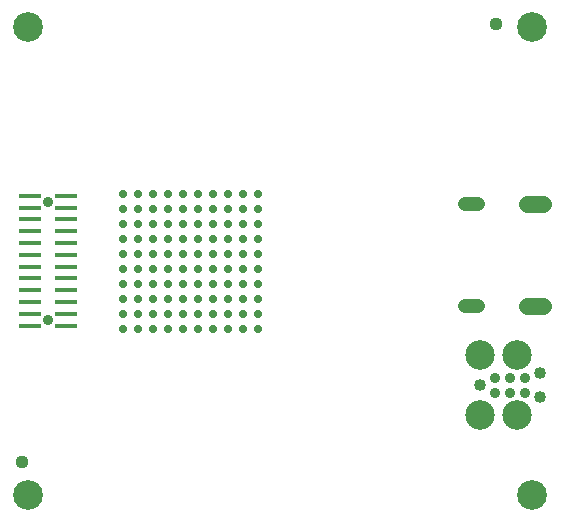
<source format=gbr>
G04 EAGLE Gerber RS-274X export*
G75*
%MOMM*%
%FSLAX34Y34*%
%LPD*%
%INSoldermask Top*%
%IPPOS*%
%AMOC8*
5,1,8,0,0,1.08239X$1,22.5*%
G01*
%ADD10R,1.854200X0.457200*%
%ADD11C,2.527000*%
%ADD12C,0.914400*%
%ADD13C,1.016000*%
%ADD14C,2.501800*%
%ADD15C,1.227000*%
%ADD16C,1.427000*%
%ADD17C,1.127000*%
%ADD18C,0.887000*%
%ADD19C,0.680128*%


D10*
X34290Y165862D03*
X64770Y165862D03*
X34290Y176022D03*
X64770Y176022D03*
X34290Y185928D03*
X64770Y185928D03*
X34290Y196088D03*
X64770Y196088D03*
X34290Y205994D03*
X64770Y205994D03*
X34290Y215900D03*
X64770Y215900D03*
X34290Y226060D03*
X64770Y226060D03*
X34290Y235966D03*
X64770Y235966D03*
X34290Y245872D03*
X64770Y245872D03*
X34290Y256032D03*
X64770Y256032D03*
X34290Y265938D03*
X64770Y265938D03*
X34290Y276098D03*
X64770Y276098D03*
D11*
X33110Y418980D03*
X33110Y22980D03*
X459110Y22980D03*
X459110Y418980D03*
D12*
X427990Y121920D03*
X440690Y121920D03*
X453390Y121920D03*
X453390Y109220D03*
X440690Y109220D03*
X427990Y109220D03*
D13*
X415290Y115570D03*
X466090Y105410D03*
X466090Y125730D03*
D14*
X415290Y140970D03*
X415290Y90170D03*
X447040Y90170D03*
X447040Y140970D03*
D15*
X413860Y269260D02*
X402860Y269260D01*
X402860Y182860D02*
X413860Y182860D01*
D16*
X455460Y269260D02*
X468460Y269260D01*
X468460Y182860D02*
X455460Y182860D01*
D17*
X27940Y50800D03*
X429260Y421640D03*
D18*
X49530Y170980D03*
X49530Y270980D03*
D19*
X113046Y163338D02*
X113116Y163338D01*
X113046Y163338D02*
X113046Y163408D01*
X113116Y163408D01*
X113116Y163338D01*
X125746Y163338D02*
X125816Y163338D01*
X125746Y163338D02*
X125746Y163408D01*
X125816Y163408D01*
X125816Y163338D01*
X138446Y163338D02*
X138516Y163338D01*
X138446Y163338D02*
X138446Y163408D01*
X138516Y163408D01*
X138516Y163338D01*
X151146Y163338D02*
X151216Y163338D01*
X151146Y163338D02*
X151146Y163408D01*
X151216Y163408D01*
X151216Y163338D01*
X163846Y163338D02*
X163916Y163338D01*
X163846Y163338D02*
X163846Y163408D01*
X163916Y163408D01*
X163916Y163338D01*
X176546Y163338D02*
X176616Y163338D01*
X176546Y163338D02*
X176546Y163408D01*
X176616Y163408D01*
X176616Y163338D01*
X189246Y163338D02*
X189316Y163338D01*
X189246Y163338D02*
X189246Y163408D01*
X189316Y163408D01*
X189316Y163338D01*
X201946Y163338D02*
X202016Y163338D01*
X201946Y163338D02*
X201946Y163408D01*
X202016Y163408D01*
X202016Y163338D01*
X214646Y163338D02*
X214716Y163338D01*
X214646Y163338D02*
X214646Y163408D01*
X214716Y163408D01*
X214716Y163338D01*
X227346Y163338D02*
X227416Y163338D01*
X227346Y163338D02*
X227346Y163408D01*
X227416Y163408D01*
X227416Y163338D01*
X227416Y176038D02*
X227346Y176038D01*
X227346Y176108D01*
X227416Y176108D01*
X227416Y176038D01*
X214716Y176038D02*
X214646Y176038D01*
X214646Y176108D01*
X214716Y176108D01*
X214716Y176038D01*
X202016Y176038D02*
X201946Y176038D01*
X201946Y176108D01*
X202016Y176108D01*
X202016Y176038D01*
X189316Y176038D02*
X189246Y176038D01*
X189246Y176108D01*
X189316Y176108D01*
X189316Y176038D01*
X176616Y176038D02*
X176546Y176038D01*
X176546Y176108D01*
X176616Y176108D01*
X176616Y176038D01*
X163916Y176038D02*
X163846Y176038D01*
X163846Y176108D01*
X163916Y176108D01*
X163916Y176038D01*
X151216Y176038D02*
X151146Y176038D01*
X151146Y176108D01*
X151216Y176108D01*
X151216Y176038D01*
X138516Y176038D02*
X138446Y176038D01*
X138446Y176108D01*
X138516Y176108D01*
X138516Y176038D01*
X125816Y176038D02*
X125746Y176038D01*
X125746Y176108D01*
X125816Y176108D01*
X125816Y176038D01*
X113116Y176038D02*
X113046Y176038D01*
X113046Y176108D01*
X113116Y176108D01*
X113116Y176038D01*
X113116Y188738D02*
X113046Y188738D01*
X113046Y188808D01*
X113116Y188808D01*
X113116Y188738D01*
X125746Y188738D02*
X125816Y188738D01*
X125746Y188738D02*
X125746Y188808D01*
X125816Y188808D01*
X125816Y188738D01*
X138446Y188738D02*
X138516Y188738D01*
X138446Y188738D02*
X138446Y188808D01*
X138516Y188808D01*
X138516Y188738D01*
X151146Y188738D02*
X151216Y188738D01*
X151146Y188738D02*
X151146Y188808D01*
X151216Y188808D01*
X151216Y188738D01*
X163846Y188738D02*
X163916Y188738D01*
X163846Y188738D02*
X163846Y188808D01*
X163916Y188808D01*
X163916Y188738D01*
X176546Y188738D02*
X176616Y188738D01*
X176546Y188738D02*
X176546Y188808D01*
X176616Y188808D01*
X176616Y188738D01*
X189246Y188738D02*
X189316Y188738D01*
X189246Y188738D02*
X189246Y188808D01*
X189316Y188808D01*
X189316Y188738D01*
X201946Y188738D02*
X202016Y188738D01*
X201946Y188738D02*
X201946Y188808D01*
X202016Y188808D01*
X202016Y188738D01*
X214646Y188738D02*
X214716Y188738D01*
X214646Y188738D02*
X214646Y188808D01*
X214716Y188808D01*
X214716Y188738D01*
X227346Y188738D02*
X227416Y188738D01*
X227346Y188738D02*
X227346Y188808D01*
X227416Y188808D01*
X227416Y188738D01*
X227416Y201438D02*
X227346Y201438D01*
X227346Y201508D01*
X227416Y201508D01*
X227416Y201438D01*
X214716Y201438D02*
X214646Y201438D01*
X214646Y201508D01*
X214716Y201508D01*
X214716Y201438D01*
X202016Y201438D02*
X201946Y201438D01*
X201946Y201508D01*
X202016Y201508D01*
X202016Y201438D01*
X189316Y201438D02*
X189246Y201438D01*
X189246Y201508D01*
X189316Y201508D01*
X189316Y201438D01*
X176616Y201438D02*
X176546Y201438D01*
X176546Y201508D01*
X176616Y201508D01*
X176616Y201438D01*
X163916Y201438D02*
X163846Y201438D01*
X163846Y201508D01*
X163916Y201508D01*
X163916Y201438D01*
X151216Y201438D02*
X151146Y201438D01*
X151146Y201508D01*
X151216Y201508D01*
X151216Y201438D01*
X138516Y201438D02*
X138446Y201438D01*
X138446Y201508D01*
X138516Y201508D01*
X138516Y201438D01*
X125816Y201438D02*
X125746Y201438D01*
X125746Y201508D01*
X125816Y201508D01*
X125816Y201438D01*
X113116Y201438D02*
X113046Y201438D01*
X113046Y201508D01*
X113116Y201508D01*
X113116Y201438D01*
X113116Y214138D02*
X113046Y214138D01*
X113046Y214208D01*
X113116Y214208D01*
X113116Y214138D01*
X125746Y214138D02*
X125816Y214138D01*
X125746Y214138D02*
X125746Y214208D01*
X125816Y214208D01*
X125816Y214138D01*
X138446Y214138D02*
X138516Y214138D01*
X138446Y214138D02*
X138446Y214208D01*
X138516Y214208D01*
X138516Y214138D01*
X151146Y214138D02*
X151216Y214138D01*
X151146Y214138D02*
X151146Y214208D01*
X151216Y214208D01*
X151216Y214138D01*
X163846Y214138D02*
X163916Y214138D01*
X163846Y214138D02*
X163846Y214208D01*
X163916Y214208D01*
X163916Y214138D01*
X176546Y214138D02*
X176616Y214138D01*
X176546Y214138D02*
X176546Y214208D01*
X176616Y214208D01*
X176616Y214138D01*
X189246Y214138D02*
X189316Y214138D01*
X189246Y214138D02*
X189246Y214208D01*
X189316Y214208D01*
X189316Y214138D01*
X201946Y214138D02*
X202016Y214138D01*
X201946Y214138D02*
X201946Y214208D01*
X202016Y214208D01*
X202016Y214138D01*
X214646Y214138D02*
X214716Y214138D01*
X214646Y214138D02*
X214646Y214208D01*
X214716Y214208D01*
X214716Y214138D01*
X227346Y214138D02*
X227416Y214138D01*
X227346Y214138D02*
X227346Y214208D01*
X227416Y214208D01*
X227416Y214138D01*
X227416Y226838D02*
X227346Y226838D01*
X227346Y226908D01*
X227416Y226908D01*
X227416Y226838D01*
X214716Y226838D02*
X214646Y226838D01*
X214646Y226908D01*
X214716Y226908D01*
X214716Y226838D01*
X202016Y226838D02*
X201946Y226838D01*
X201946Y226908D01*
X202016Y226908D01*
X202016Y226838D01*
X189316Y226838D02*
X189246Y226838D01*
X189246Y226908D01*
X189316Y226908D01*
X189316Y226838D01*
X176616Y226838D02*
X176546Y226838D01*
X176546Y226908D01*
X176616Y226908D01*
X176616Y226838D01*
X163916Y226838D02*
X163846Y226838D01*
X163846Y226908D01*
X163916Y226908D01*
X163916Y226838D01*
X151216Y226838D02*
X151146Y226838D01*
X151146Y226908D01*
X151216Y226908D01*
X151216Y226838D01*
X138516Y226838D02*
X138446Y226838D01*
X138446Y226908D01*
X138516Y226908D01*
X138516Y226838D01*
X125816Y226838D02*
X125746Y226838D01*
X125746Y226908D01*
X125816Y226908D01*
X125816Y226838D01*
X113116Y226838D02*
X113046Y226838D01*
X113046Y226908D01*
X113116Y226908D01*
X113116Y226838D01*
X113116Y239538D02*
X113046Y239538D01*
X113046Y239608D01*
X113116Y239608D01*
X113116Y239538D01*
X125746Y239538D02*
X125816Y239538D01*
X125746Y239538D02*
X125746Y239608D01*
X125816Y239608D01*
X125816Y239538D01*
X138446Y239538D02*
X138516Y239538D01*
X138446Y239538D02*
X138446Y239608D01*
X138516Y239608D01*
X138516Y239538D01*
X151146Y239538D02*
X151216Y239538D01*
X151146Y239538D02*
X151146Y239608D01*
X151216Y239608D01*
X151216Y239538D01*
X163846Y239538D02*
X163916Y239538D01*
X163846Y239538D02*
X163846Y239608D01*
X163916Y239608D01*
X163916Y239538D01*
X176546Y239538D02*
X176616Y239538D01*
X176546Y239538D02*
X176546Y239608D01*
X176616Y239608D01*
X176616Y239538D01*
X189246Y239538D02*
X189316Y239538D01*
X189246Y239538D02*
X189246Y239608D01*
X189316Y239608D01*
X189316Y239538D01*
X201946Y239538D02*
X202016Y239538D01*
X201946Y239538D02*
X201946Y239608D01*
X202016Y239608D01*
X202016Y239538D01*
X214646Y239538D02*
X214716Y239538D01*
X214646Y239538D02*
X214646Y239608D01*
X214716Y239608D01*
X214716Y239538D01*
X227346Y239538D02*
X227416Y239538D01*
X227346Y239538D02*
X227346Y239608D01*
X227416Y239608D01*
X227416Y239538D01*
X227416Y252238D02*
X227346Y252238D01*
X227346Y252308D01*
X227416Y252308D01*
X227416Y252238D01*
X214716Y252238D02*
X214646Y252238D01*
X214646Y252308D01*
X214716Y252308D01*
X214716Y252238D01*
X202016Y252238D02*
X201946Y252238D01*
X201946Y252308D01*
X202016Y252308D01*
X202016Y252238D01*
X189316Y252238D02*
X189246Y252238D01*
X189246Y252308D01*
X189316Y252308D01*
X189316Y252238D01*
X176616Y252238D02*
X176546Y252238D01*
X176546Y252308D01*
X176616Y252308D01*
X176616Y252238D01*
X163916Y252238D02*
X163846Y252238D01*
X163846Y252308D01*
X163916Y252308D01*
X163916Y252238D01*
X151216Y252238D02*
X151146Y252238D01*
X151146Y252308D01*
X151216Y252308D01*
X151216Y252238D01*
X138516Y252238D02*
X138446Y252238D01*
X138446Y252308D01*
X138516Y252308D01*
X138516Y252238D01*
X125816Y252238D02*
X125746Y252238D01*
X125746Y252308D01*
X125816Y252308D01*
X125816Y252238D01*
X113116Y252238D02*
X113046Y252238D01*
X113046Y252308D01*
X113116Y252308D01*
X113116Y252238D01*
X113116Y264938D02*
X113046Y264938D01*
X113046Y265008D01*
X113116Y265008D01*
X113116Y264938D01*
X125746Y264938D02*
X125816Y264938D01*
X125746Y264938D02*
X125746Y265008D01*
X125816Y265008D01*
X125816Y264938D01*
X138446Y264938D02*
X138516Y264938D01*
X138446Y264938D02*
X138446Y265008D01*
X138516Y265008D01*
X138516Y264938D01*
X151146Y264938D02*
X151216Y264938D01*
X151146Y264938D02*
X151146Y265008D01*
X151216Y265008D01*
X151216Y264938D01*
X163846Y264938D02*
X163916Y264938D01*
X163846Y264938D02*
X163846Y265008D01*
X163916Y265008D01*
X163916Y264938D01*
X176546Y264938D02*
X176616Y264938D01*
X176546Y264938D02*
X176546Y265008D01*
X176616Y265008D01*
X176616Y264938D01*
X189246Y264938D02*
X189316Y264938D01*
X189246Y264938D02*
X189246Y265008D01*
X189316Y265008D01*
X189316Y264938D01*
X201946Y264938D02*
X202016Y264938D01*
X201946Y264938D02*
X201946Y265008D01*
X202016Y265008D01*
X202016Y264938D01*
X214646Y264938D02*
X214716Y264938D01*
X214646Y264938D02*
X214646Y265008D01*
X214716Y265008D01*
X214716Y264938D01*
X227346Y264938D02*
X227416Y264938D01*
X227346Y264938D02*
X227346Y265008D01*
X227416Y265008D01*
X227416Y264938D01*
X227416Y277638D02*
X227346Y277638D01*
X227346Y277708D01*
X227416Y277708D01*
X227416Y277638D01*
X214716Y277638D02*
X214646Y277638D01*
X214646Y277708D01*
X214716Y277708D01*
X214716Y277638D01*
X202016Y277638D02*
X201946Y277638D01*
X201946Y277708D01*
X202016Y277708D01*
X202016Y277638D01*
X189316Y277638D02*
X189246Y277638D01*
X189246Y277708D01*
X189316Y277708D01*
X189316Y277638D01*
X176616Y277638D02*
X176546Y277638D01*
X176546Y277708D01*
X176616Y277708D01*
X176616Y277638D01*
X163916Y277638D02*
X163846Y277638D01*
X163846Y277708D01*
X163916Y277708D01*
X163916Y277638D01*
X151216Y277638D02*
X151146Y277638D01*
X151146Y277708D01*
X151216Y277708D01*
X151216Y277638D01*
X138516Y277638D02*
X138446Y277638D01*
X138446Y277708D01*
X138516Y277708D01*
X138516Y277638D01*
X125816Y277638D02*
X125746Y277638D01*
X125746Y277708D01*
X125816Y277708D01*
X125816Y277638D01*
X113116Y277638D02*
X113046Y277638D01*
X113046Y277708D01*
X113116Y277708D01*
X113116Y277638D01*
M02*

</source>
